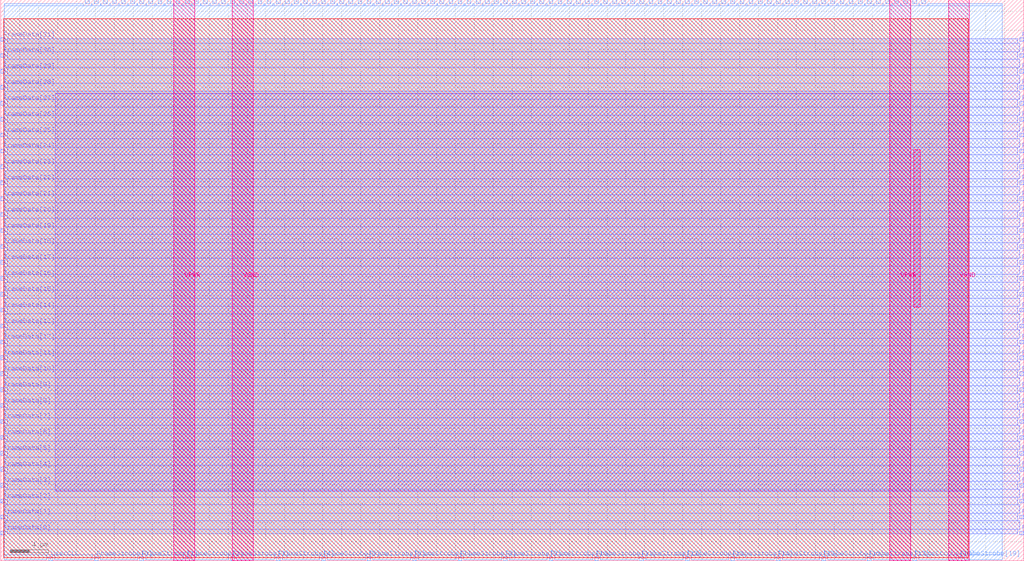
<source format=lef>
VERSION 5.7 ;
  NOWIREEXTENSIONATPIN ON ;
  DIVIDERCHAR "/" ;
  BUSBITCHARS "[]" ;
MACRO S_term_IHP_SRAM
  CLASS BLOCK ;
  FOREIGN S_term_IHP_SRAM ;
  ORIGIN 0.000 0.000 ;
  SIZE 108.000 BY 59.220 ;
  PIN FrameData[0]
    DIRECTION INPUT ;
    USE SIGNAL ;
    ANTENNAGATEAREA 0.180700 ;
    PORT
      LAYER Metal2 ;
        RECT 0.000 2.740 0.450 3.140 ;
    END
  END FrameData[0]
  PIN FrameData[10]
    DIRECTION INPUT ;
    USE SIGNAL ;
    ANTENNAGATEAREA 0.180700 ;
    PORT
      LAYER Metal2 ;
        RECT 0.000 19.540 0.450 19.940 ;
    END
  END FrameData[10]
  PIN FrameData[11]
    DIRECTION INPUT ;
    USE SIGNAL ;
    ANTENNAGATEAREA 0.180700 ;
    PORT
      LAYER Metal2 ;
        RECT 0.000 21.220 0.450 21.620 ;
    END
  END FrameData[11]
  PIN FrameData[12]
    DIRECTION INPUT ;
    USE SIGNAL ;
    ANTENNAGATEAREA 0.180700 ;
    PORT
      LAYER Metal2 ;
        RECT 0.000 22.900 0.450 23.300 ;
    END
  END FrameData[12]
  PIN FrameData[13]
    DIRECTION INPUT ;
    USE SIGNAL ;
    ANTENNAGATEAREA 0.180700 ;
    PORT
      LAYER Metal2 ;
        RECT 0.000 24.580 0.450 24.980 ;
    END
  END FrameData[13]
  PIN FrameData[14]
    DIRECTION INPUT ;
    USE SIGNAL ;
    ANTENNAGATEAREA 0.180700 ;
    PORT
      LAYER Metal2 ;
        RECT 0.000 26.260 0.450 26.660 ;
    END
  END FrameData[14]
  PIN FrameData[15]
    DIRECTION INPUT ;
    USE SIGNAL ;
    ANTENNAGATEAREA 0.180700 ;
    PORT
      LAYER Metal2 ;
        RECT 0.000 27.940 0.450 28.340 ;
    END
  END FrameData[15]
  PIN FrameData[16]
    DIRECTION INPUT ;
    USE SIGNAL ;
    ANTENNAGATEAREA 0.180700 ;
    PORT
      LAYER Metal2 ;
        RECT 0.000 29.620 0.450 30.020 ;
    END
  END FrameData[16]
  PIN FrameData[17]
    DIRECTION INPUT ;
    USE SIGNAL ;
    ANTENNAGATEAREA 0.180700 ;
    PORT
      LAYER Metal2 ;
        RECT 0.000 31.300 0.450 31.700 ;
    END
  END FrameData[17]
  PIN FrameData[18]
    DIRECTION INPUT ;
    USE SIGNAL ;
    ANTENNAGATEAREA 0.180700 ;
    PORT
      LAYER Metal2 ;
        RECT 0.000 32.980 0.450 33.380 ;
    END
  END FrameData[18]
  PIN FrameData[19]
    DIRECTION INPUT ;
    USE SIGNAL ;
    ANTENNAGATEAREA 0.180700 ;
    PORT
      LAYER Metal2 ;
        RECT 0.000 34.660 0.450 35.060 ;
    END
  END FrameData[19]
  PIN FrameData[1]
    DIRECTION INPUT ;
    USE SIGNAL ;
    ANTENNAGATEAREA 0.180700 ;
    PORT
      LAYER Metal2 ;
        RECT 0.000 4.420 0.450 4.820 ;
    END
  END FrameData[1]
  PIN FrameData[20]
    DIRECTION INPUT ;
    USE SIGNAL ;
    ANTENNAGATEAREA 0.180700 ;
    PORT
      LAYER Metal2 ;
        RECT 0.000 36.340 0.450 36.740 ;
    END
  END FrameData[20]
  PIN FrameData[21]
    DIRECTION INPUT ;
    USE SIGNAL ;
    ANTENNAGATEAREA 0.180700 ;
    PORT
      LAYER Metal2 ;
        RECT 0.000 38.020 0.450 38.420 ;
    END
  END FrameData[21]
  PIN FrameData[22]
    DIRECTION INPUT ;
    USE SIGNAL ;
    ANTENNAGATEAREA 0.180700 ;
    PORT
      LAYER Metal2 ;
        RECT 0.000 39.700 0.450 40.100 ;
    END
  END FrameData[22]
  PIN FrameData[23]
    DIRECTION INPUT ;
    USE SIGNAL ;
    ANTENNAGATEAREA 0.180700 ;
    PORT
      LAYER Metal2 ;
        RECT 0.000 41.380 0.450 41.780 ;
    END
  END FrameData[23]
  PIN FrameData[24]
    DIRECTION INPUT ;
    USE SIGNAL ;
    ANTENNAGATEAREA 0.180700 ;
    PORT
      LAYER Metal2 ;
        RECT 0.000 43.060 0.450 43.460 ;
    END
  END FrameData[24]
  PIN FrameData[25]
    DIRECTION INPUT ;
    USE SIGNAL ;
    ANTENNAGATEAREA 0.180700 ;
    PORT
      LAYER Metal2 ;
        RECT 0.000 44.740 0.450 45.140 ;
    END
  END FrameData[25]
  PIN FrameData[26]
    DIRECTION INPUT ;
    USE SIGNAL ;
    ANTENNAGATEAREA 0.180700 ;
    PORT
      LAYER Metal2 ;
        RECT 0.000 46.420 0.450 46.820 ;
    END
  END FrameData[26]
  PIN FrameData[27]
    DIRECTION INPUT ;
    USE SIGNAL ;
    ANTENNAGATEAREA 0.180700 ;
    PORT
      LAYER Metal2 ;
        RECT 0.000 48.100 0.450 48.500 ;
    END
  END FrameData[27]
  PIN FrameData[28]
    DIRECTION INPUT ;
    USE SIGNAL ;
    ANTENNAGATEAREA 0.180700 ;
    PORT
      LAYER Metal2 ;
        RECT 0.000 49.780 0.450 50.180 ;
    END
  END FrameData[28]
  PIN FrameData[29]
    DIRECTION INPUT ;
    USE SIGNAL ;
    ANTENNAGATEAREA 0.180700 ;
    PORT
      LAYER Metal2 ;
        RECT 0.000 51.460 0.450 51.860 ;
    END
  END FrameData[29]
  PIN FrameData[2]
    DIRECTION INPUT ;
    USE SIGNAL ;
    ANTENNAGATEAREA 0.180700 ;
    PORT
      LAYER Metal2 ;
        RECT 0.000 6.100 0.450 6.500 ;
    END
  END FrameData[2]
  PIN FrameData[30]
    DIRECTION INPUT ;
    USE SIGNAL ;
    ANTENNAGATEAREA 0.180700 ;
    PORT
      LAYER Metal2 ;
        RECT 0.000 53.140 0.450 53.540 ;
    END
  END FrameData[30]
  PIN FrameData[31]
    DIRECTION INPUT ;
    USE SIGNAL ;
    ANTENNAGATEAREA 0.180700 ;
    PORT
      LAYER Metal2 ;
        RECT 0.000 54.820 0.450 55.220 ;
    END
  END FrameData[31]
  PIN FrameData[3]
    DIRECTION INPUT ;
    USE SIGNAL ;
    ANTENNAGATEAREA 0.180700 ;
    PORT
      LAYER Metal2 ;
        RECT 0.000 7.780 0.450 8.180 ;
    END
  END FrameData[3]
  PIN FrameData[4]
    DIRECTION INPUT ;
    USE SIGNAL ;
    ANTENNAGATEAREA 0.180700 ;
    PORT
      LAYER Metal2 ;
        RECT 0.000 9.460 0.450 9.860 ;
    END
  END FrameData[4]
  PIN FrameData[5]
    DIRECTION INPUT ;
    USE SIGNAL ;
    ANTENNAGATEAREA 0.180700 ;
    PORT
      LAYER Metal2 ;
        RECT 0.000 11.140 0.450 11.540 ;
    END
  END FrameData[5]
  PIN FrameData[6]
    DIRECTION INPUT ;
    USE SIGNAL ;
    ANTENNAGATEAREA 0.180700 ;
    PORT
      LAYER Metal2 ;
        RECT 0.000 12.820 0.450 13.220 ;
    END
  END FrameData[6]
  PIN FrameData[7]
    DIRECTION INPUT ;
    USE SIGNAL ;
    ANTENNAGATEAREA 0.180700 ;
    PORT
      LAYER Metal2 ;
        RECT 0.000 14.500 0.450 14.900 ;
    END
  END FrameData[7]
  PIN FrameData[8]
    DIRECTION INPUT ;
    USE SIGNAL ;
    ANTENNAGATEAREA 0.180700 ;
    PORT
      LAYER Metal2 ;
        RECT 0.000 16.180 0.450 16.580 ;
    END
  END FrameData[8]
  PIN FrameData[9]
    DIRECTION INPUT ;
    USE SIGNAL ;
    ANTENNAGATEAREA 0.180700 ;
    PORT
      LAYER Metal2 ;
        RECT 0.000 17.860 0.450 18.260 ;
    END
  END FrameData[9]
  PIN FrameData_O[0]
    DIRECTION OUTPUT ;
    USE SIGNAL ;
    ANTENNADIFFAREA 0.654800 ;
    PORT
      LAYER Metal2 ;
        RECT 107.550 2.740 108.000 3.140 ;
    END
  END FrameData_O[0]
  PIN FrameData_O[10]
    DIRECTION OUTPUT ;
    USE SIGNAL ;
    ANTENNADIFFAREA 0.654800 ;
    PORT
      LAYER Metal2 ;
        RECT 107.550 19.540 108.000 19.940 ;
    END
  END FrameData_O[10]
  PIN FrameData_O[11]
    DIRECTION OUTPUT ;
    USE SIGNAL ;
    ANTENNADIFFAREA 0.654800 ;
    PORT
      LAYER Metal2 ;
        RECT 107.550 21.220 108.000 21.620 ;
    END
  END FrameData_O[11]
  PIN FrameData_O[12]
    DIRECTION OUTPUT ;
    USE SIGNAL ;
    ANTENNADIFFAREA 0.654800 ;
    PORT
      LAYER Metal2 ;
        RECT 107.550 22.900 108.000 23.300 ;
    END
  END FrameData_O[12]
  PIN FrameData_O[13]
    DIRECTION OUTPUT ;
    USE SIGNAL ;
    ANTENNADIFFAREA 0.654800 ;
    PORT
      LAYER Metal2 ;
        RECT 107.550 24.580 108.000 24.980 ;
    END
  END FrameData_O[13]
  PIN FrameData_O[14]
    DIRECTION OUTPUT ;
    USE SIGNAL ;
    ANTENNADIFFAREA 0.654800 ;
    PORT
      LAYER Metal2 ;
        RECT 107.550 26.260 108.000 26.660 ;
    END
  END FrameData_O[14]
  PIN FrameData_O[15]
    DIRECTION OUTPUT ;
    USE SIGNAL ;
    ANTENNADIFFAREA 0.654800 ;
    PORT
      LAYER Metal2 ;
        RECT 107.550 27.940 108.000 28.340 ;
    END
  END FrameData_O[15]
  PIN FrameData_O[16]
    DIRECTION OUTPUT ;
    USE SIGNAL ;
    ANTENNADIFFAREA 0.654800 ;
    PORT
      LAYER Metal2 ;
        RECT 107.550 29.620 108.000 30.020 ;
    END
  END FrameData_O[16]
  PIN FrameData_O[17]
    DIRECTION OUTPUT ;
    USE SIGNAL ;
    ANTENNADIFFAREA 0.654800 ;
    PORT
      LAYER Metal2 ;
        RECT 107.550 31.300 108.000 31.700 ;
    END
  END FrameData_O[17]
  PIN FrameData_O[18]
    DIRECTION OUTPUT ;
    USE SIGNAL ;
    ANTENNADIFFAREA 0.654800 ;
    PORT
      LAYER Metal2 ;
        RECT 107.550 32.980 108.000 33.380 ;
    END
  END FrameData_O[18]
  PIN FrameData_O[19]
    DIRECTION OUTPUT ;
    USE SIGNAL ;
    ANTENNADIFFAREA 0.654800 ;
    PORT
      LAYER Metal2 ;
        RECT 107.550 34.660 108.000 35.060 ;
    END
  END FrameData_O[19]
  PIN FrameData_O[1]
    DIRECTION OUTPUT ;
    USE SIGNAL ;
    ANTENNADIFFAREA 0.654800 ;
    PORT
      LAYER Metal2 ;
        RECT 107.550 4.420 108.000 4.820 ;
    END
  END FrameData_O[1]
  PIN FrameData_O[20]
    DIRECTION OUTPUT ;
    USE SIGNAL ;
    ANTENNADIFFAREA 0.654800 ;
    PORT
      LAYER Metal2 ;
        RECT 107.550 36.340 108.000 36.740 ;
    END
  END FrameData_O[20]
  PIN FrameData_O[21]
    DIRECTION OUTPUT ;
    USE SIGNAL ;
    ANTENNADIFFAREA 0.654800 ;
    PORT
      LAYER Metal2 ;
        RECT 107.550 38.020 108.000 38.420 ;
    END
  END FrameData_O[21]
  PIN FrameData_O[22]
    DIRECTION OUTPUT ;
    USE SIGNAL ;
    ANTENNADIFFAREA 0.654800 ;
    PORT
      LAYER Metal2 ;
        RECT 107.550 39.700 108.000 40.100 ;
    END
  END FrameData_O[22]
  PIN FrameData_O[23]
    DIRECTION OUTPUT ;
    USE SIGNAL ;
    ANTENNADIFFAREA 0.654800 ;
    PORT
      LAYER Metal2 ;
        RECT 107.550 41.380 108.000 41.780 ;
    END
  END FrameData_O[23]
  PIN FrameData_O[24]
    DIRECTION OUTPUT ;
    USE SIGNAL ;
    ANTENNADIFFAREA 0.654800 ;
    PORT
      LAYER Metal2 ;
        RECT 107.550 43.060 108.000 43.460 ;
    END
  END FrameData_O[24]
  PIN FrameData_O[25]
    DIRECTION OUTPUT ;
    USE SIGNAL ;
    ANTENNADIFFAREA 0.654800 ;
    PORT
      LAYER Metal2 ;
        RECT 107.550 44.740 108.000 45.140 ;
    END
  END FrameData_O[25]
  PIN FrameData_O[26]
    DIRECTION OUTPUT ;
    USE SIGNAL ;
    ANTENNADIFFAREA 0.654800 ;
    PORT
      LAYER Metal2 ;
        RECT 107.550 46.420 108.000 46.820 ;
    END
  END FrameData_O[26]
  PIN FrameData_O[27]
    DIRECTION OUTPUT ;
    USE SIGNAL ;
    ANTENNADIFFAREA 0.654800 ;
    PORT
      LAYER Metal2 ;
        RECT 107.550 48.100 108.000 48.500 ;
    END
  END FrameData_O[27]
  PIN FrameData_O[28]
    DIRECTION OUTPUT ;
    USE SIGNAL ;
    ANTENNADIFFAREA 0.654800 ;
    PORT
      LAYER Metal2 ;
        RECT 107.550 49.780 108.000 50.180 ;
    END
  END FrameData_O[28]
  PIN FrameData_O[29]
    DIRECTION OUTPUT ;
    USE SIGNAL ;
    ANTENNADIFFAREA 0.654800 ;
    PORT
      LAYER Metal2 ;
        RECT 107.550 51.460 108.000 51.860 ;
    END
  END FrameData_O[29]
  PIN FrameData_O[2]
    DIRECTION OUTPUT ;
    USE SIGNAL ;
    ANTENNADIFFAREA 0.654800 ;
    PORT
      LAYER Metal2 ;
        RECT 107.550 6.100 108.000 6.500 ;
    END
  END FrameData_O[2]
  PIN FrameData_O[30]
    DIRECTION OUTPUT ;
    USE SIGNAL ;
    ANTENNADIFFAREA 0.654800 ;
    PORT
      LAYER Metal2 ;
        RECT 107.550 53.140 108.000 53.540 ;
    END
  END FrameData_O[30]
  PIN FrameData_O[31]
    DIRECTION OUTPUT ;
    USE SIGNAL ;
    ANTENNADIFFAREA 0.654800 ;
    PORT
      LAYER Metal2 ;
        RECT 107.550 54.820 108.000 55.220 ;
    END
  END FrameData_O[31]
  PIN FrameData_O[3]
    DIRECTION OUTPUT ;
    USE SIGNAL ;
    ANTENNADIFFAREA 0.654800 ;
    PORT
      LAYER Metal2 ;
        RECT 107.550 7.780 108.000 8.180 ;
    END
  END FrameData_O[3]
  PIN FrameData_O[4]
    DIRECTION OUTPUT ;
    USE SIGNAL ;
    ANTENNADIFFAREA 0.654800 ;
    PORT
      LAYER Metal2 ;
        RECT 107.550 9.460 108.000 9.860 ;
    END
  END FrameData_O[4]
  PIN FrameData_O[5]
    DIRECTION OUTPUT ;
    USE SIGNAL ;
    ANTENNADIFFAREA 0.654800 ;
    PORT
      LAYER Metal2 ;
        RECT 107.550 11.140 108.000 11.540 ;
    END
  END FrameData_O[5]
  PIN FrameData_O[6]
    DIRECTION OUTPUT ;
    USE SIGNAL ;
    ANTENNADIFFAREA 0.654800 ;
    PORT
      LAYER Metal2 ;
        RECT 107.550 12.820 108.000 13.220 ;
    END
  END FrameData_O[6]
  PIN FrameData_O[7]
    DIRECTION OUTPUT ;
    USE SIGNAL ;
    ANTENNADIFFAREA 0.654800 ;
    PORT
      LAYER Metal2 ;
        RECT 107.550 14.500 108.000 14.900 ;
    END
  END FrameData_O[7]
  PIN FrameData_O[8]
    DIRECTION OUTPUT ;
    USE SIGNAL ;
    ANTENNADIFFAREA 0.654800 ;
    PORT
      LAYER Metal2 ;
        RECT 107.550 16.180 108.000 16.580 ;
    END
  END FrameData_O[8]
  PIN FrameData_O[9]
    DIRECTION OUTPUT ;
    USE SIGNAL ;
    ANTENNADIFFAREA 0.654800 ;
    PORT
      LAYER Metal2 ;
        RECT 107.550 17.860 108.000 18.260 ;
    END
  END FrameData_O[9]
  PIN FrameStrobe[0]
    DIRECTION INPUT ;
    USE SIGNAL ;
    ANTENNAGATEAREA 0.180700 ;
    PORT
      LAYER Metal3 ;
        RECT 9.880 0.000 10.280 0.400 ;
    END
  END FrameStrobe[0]
  PIN FrameStrobe[10]
    DIRECTION INPUT ;
    USE SIGNAL ;
    ANTENNAGATEAREA 0.180700 ;
    PORT
      LAYER Metal3 ;
        RECT 57.880 0.000 58.280 0.400 ;
    END
  END FrameStrobe[10]
  PIN FrameStrobe[11]
    DIRECTION INPUT ;
    USE SIGNAL ;
    ANTENNAGATEAREA 0.180700 ;
    PORT
      LAYER Metal3 ;
        RECT 62.680 0.000 63.080 0.400 ;
    END
  END FrameStrobe[11]
  PIN FrameStrobe[12]
    DIRECTION INPUT ;
    USE SIGNAL ;
    ANTENNAGATEAREA 0.180700 ;
    PORT
      LAYER Metal3 ;
        RECT 67.480 0.000 67.880 0.400 ;
    END
  END FrameStrobe[12]
  PIN FrameStrobe[13]
    DIRECTION INPUT ;
    USE SIGNAL ;
    ANTENNAGATEAREA 0.180700 ;
    PORT
      LAYER Metal3 ;
        RECT 72.280 0.000 72.680 0.400 ;
    END
  END FrameStrobe[13]
  PIN FrameStrobe[14]
    DIRECTION INPUT ;
    USE SIGNAL ;
    ANTENNAGATEAREA 0.180700 ;
    PORT
      LAYER Metal3 ;
        RECT 77.080 0.000 77.480 0.400 ;
    END
  END FrameStrobe[14]
  PIN FrameStrobe[15]
    DIRECTION INPUT ;
    USE SIGNAL ;
    ANTENNAGATEAREA 0.180700 ;
    PORT
      LAYER Metal3 ;
        RECT 81.880 0.000 82.280 0.400 ;
    END
  END FrameStrobe[15]
  PIN FrameStrobe[16]
    DIRECTION INPUT ;
    USE SIGNAL ;
    ANTENNAGATEAREA 0.180700 ;
    PORT
      LAYER Metal3 ;
        RECT 86.680 0.000 87.080 0.400 ;
    END
  END FrameStrobe[16]
  PIN FrameStrobe[17]
    DIRECTION INPUT ;
    USE SIGNAL ;
    ANTENNAGATEAREA 0.180700 ;
    PORT
      LAYER Metal3 ;
        RECT 91.480 0.000 91.880 0.400 ;
    END
  END FrameStrobe[17]
  PIN FrameStrobe[18]
    DIRECTION INPUT ;
    USE SIGNAL ;
    ANTENNAGATEAREA 0.180700 ;
    PORT
      LAYER Metal3 ;
        RECT 96.280 0.000 96.680 0.400 ;
    END
  END FrameStrobe[18]
  PIN FrameStrobe[19]
    DIRECTION INPUT ;
    USE SIGNAL ;
    ANTENNAGATEAREA 0.180700 ;
    PORT
      LAYER Metal3 ;
        RECT 101.080 0.000 101.480 0.400 ;
    END
  END FrameStrobe[19]
  PIN FrameStrobe[1]
    DIRECTION INPUT ;
    USE SIGNAL ;
    ANTENNAGATEAREA 0.180700 ;
    PORT
      LAYER Metal3 ;
        RECT 14.680 0.000 15.080 0.400 ;
    END
  END FrameStrobe[1]
  PIN FrameStrobe[2]
    DIRECTION INPUT ;
    USE SIGNAL ;
    ANTENNAGATEAREA 0.180700 ;
    PORT
      LAYER Metal3 ;
        RECT 19.480 0.000 19.880 0.400 ;
    END
  END FrameStrobe[2]
  PIN FrameStrobe[3]
    DIRECTION INPUT ;
    USE SIGNAL ;
    ANTENNAGATEAREA 0.180700 ;
    PORT
      LAYER Metal3 ;
        RECT 24.280 0.000 24.680 0.400 ;
    END
  END FrameStrobe[3]
  PIN FrameStrobe[4]
    DIRECTION INPUT ;
    USE SIGNAL ;
    ANTENNAGATEAREA 0.180700 ;
    PORT
      LAYER Metal3 ;
        RECT 29.080 0.000 29.480 0.400 ;
    END
  END FrameStrobe[4]
  PIN FrameStrobe[5]
    DIRECTION INPUT ;
    USE SIGNAL ;
    ANTENNAGATEAREA 0.180700 ;
    PORT
      LAYER Metal3 ;
        RECT 33.880 0.000 34.280 0.400 ;
    END
  END FrameStrobe[5]
  PIN FrameStrobe[6]
    DIRECTION INPUT ;
    USE SIGNAL ;
    ANTENNAGATEAREA 0.180700 ;
    PORT
      LAYER Metal3 ;
        RECT 38.680 0.000 39.080 0.400 ;
    END
  END FrameStrobe[6]
  PIN FrameStrobe[7]
    DIRECTION INPUT ;
    USE SIGNAL ;
    ANTENNAGATEAREA 0.180700 ;
    PORT
      LAYER Metal3 ;
        RECT 43.480 0.000 43.880 0.400 ;
    END
  END FrameStrobe[7]
  PIN FrameStrobe[8]
    DIRECTION INPUT ;
    USE SIGNAL ;
    ANTENNAGATEAREA 0.180700 ;
    PORT
      LAYER Metal3 ;
        RECT 48.280 0.000 48.680 0.400 ;
    END
  END FrameStrobe[8]
  PIN FrameStrobe[9]
    DIRECTION INPUT ;
    USE SIGNAL ;
    ANTENNAGATEAREA 0.180700 ;
    PORT
      LAYER Metal3 ;
        RECT 53.080 0.000 53.480 0.400 ;
    END
  END FrameStrobe[9]
  PIN FrameStrobe_O[0]
    DIRECTION OUTPUT ;
    USE SIGNAL ;
    ANTENNADIFFAREA 0.654800 ;
    PORT
      LAYER Metal3 ;
        RECT 79.000 58.820 79.400 59.220 ;
    END
  END FrameStrobe_O[0]
  PIN FrameStrobe_O[10]
    DIRECTION OUTPUT ;
    USE SIGNAL ;
    ANTENNADIFFAREA 0.654800 ;
    PORT
      LAYER Metal3 ;
        RECT 88.600 58.820 89.000 59.220 ;
    END
  END FrameStrobe_O[10]
  PIN FrameStrobe_O[11]
    DIRECTION OUTPUT ;
    USE SIGNAL ;
    ANTENNADIFFAREA 0.654800 ;
    PORT
      LAYER Metal3 ;
        RECT 89.560 58.820 89.960 59.220 ;
    END
  END FrameStrobe_O[11]
  PIN FrameStrobe_O[12]
    DIRECTION OUTPUT ;
    USE SIGNAL ;
    ANTENNADIFFAREA 0.654800 ;
    PORT
      LAYER Metal3 ;
        RECT 90.520 58.820 90.920 59.220 ;
    END
  END FrameStrobe_O[12]
  PIN FrameStrobe_O[13]
    DIRECTION OUTPUT ;
    USE SIGNAL ;
    ANTENNADIFFAREA 0.654800 ;
    PORT
      LAYER Metal3 ;
        RECT 91.480 58.820 91.880 59.220 ;
    END
  END FrameStrobe_O[13]
  PIN FrameStrobe_O[14]
    DIRECTION OUTPUT ;
    USE SIGNAL ;
    ANTENNADIFFAREA 0.654800 ;
    PORT
      LAYER Metal3 ;
        RECT 92.440 58.820 92.840 59.220 ;
    END
  END FrameStrobe_O[14]
  PIN FrameStrobe_O[15]
    DIRECTION OUTPUT ;
    USE SIGNAL ;
    ANTENNADIFFAREA 0.654800 ;
    PORT
      LAYER Metal3 ;
        RECT 93.400 58.820 93.800 59.220 ;
    END
  END FrameStrobe_O[15]
  PIN FrameStrobe_O[16]
    DIRECTION OUTPUT ;
    USE SIGNAL ;
    ANTENNADIFFAREA 0.654800 ;
    PORT
      LAYER Metal3 ;
        RECT 94.360 58.820 94.760 59.220 ;
    END
  END FrameStrobe_O[16]
  PIN FrameStrobe_O[17]
    DIRECTION OUTPUT ;
    USE SIGNAL ;
    ANTENNADIFFAREA 0.654800 ;
    PORT
      LAYER Metal3 ;
        RECT 95.320 58.820 95.720 59.220 ;
    END
  END FrameStrobe_O[17]
  PIN FrameStrobe_O[18]
    DIRECTION OUTPUT ;
    USE SIGNAL ;
    ANTENNADIFFAREA 0.654800 ;
    PORT
      LAYER Metal3 ;
        RECT 96.280 58.820 96.680 59.220 ;
    END
  END FrameStrobe_O[18]
  PIN FrameStrobe_O[19]
    DIRECTION OUTPUT ;
    USE SIGNAL ;
    ANTENNADIFFAREA 0.654800 ;
    PORT
      LAYER Metal3 ;
        RECT 97.240 58.820 97.640 59.220 ;
    END
  END FrameStrobe_O[19]
  PIN FrameStrobe_O[1]
    DIRECTION OUTPUT ;
    USE SIGNAL ;
    ANTENNADIFFAREA 0.654800 ;
    PORT
      LAYER Metal3 ;
        RECT 79.960 58.820 80.360 59.220 ;
    END
  END FrameStrobe_O[1]
  PIN FrameStrobe_O[2]
    DIRECTION OUTPUT ;
    USE SIGNAL ;
    ANTENNADIFFAREA 0.654800 ;
    PORT
      LAYER Metal3 ;
        RECT 80.920 58.820 81.320 59.220 ;
    END
  END FrameStrobe_O[2]
  PIN FrameStrobe_O[3]
    DIRECTION OUTPUT ;
    USE SIGNAL ;
    ANTENNADIFFAREA 0.654800 ;
    PORT
      LAYER Metal3 ;
        RECT 81.880 58.820 82.280 59.220 ;
    END
  END FrameStrobe_O[3]
  PIN FrameStrobe_O[4]
    DIRECTION OUTPUT ;
    USE SIGNAL ;
    ANTENNADIFFAREA 0.654800 ;
    PORT
      LAYER Metal3 ;
        RECT 82.840 58.820 83.240 59.220 ;
    END
  END FrameStrobe_O[4]
  PIN FrameStrobe_O[5]
    DIRECTION OUTPUT ;
    USE SIGNAL ;
    ANTENNADIFFAREA 0.654800 ;
    PORT
      LAYER Metal3 ;
        RECT 83.800 58.820 84.200 59.220 ;
    END
  END FrameStrobe_O[5]
  PIN FrameStrobe_O[6]
    DIRECTION OUTPUT ;
    USE SIGNAL ;
    ANTENNADIFFAREA 0.654800 ;
    PORT
      LAYER Metal3 ;
        RECT 84.760 58.820 85.160 59.220 ;
    END
  END FrameStrobe_O[6]
  PIN FrameStrobe_O[7]
    DIRECTION OUTPUT ;
    USE SIGNAL ;
    ANTENNADIFFAREA 0.654800 ;
    PORT
      LAYER Metal3 ;
        RECT 85.720 58.820 86.120 59.220 ;
    END
  END FrameStrobe_O[7]
  PIN FrameStrobe_O[8]
    DIRECTION OUTPUT ;
    USE SIGNAL ;
    ANTENNADIFFAREA 0.654800 ;
    PORT
      LAYER Metal3 ;
        RECT 86.680 58.820 87.080 59.220 ;
    END
  END FrameStrobe_O[8]
  PIN FrameStrobe_O[9]
    DIRECTION OUTPUT ;
    USE SIGNAL ;
    ANTENNADIFFAREA 0.654800 ;
    PORT
      LAYER Metal3 ;
        RECT 87.640 58.820 88.040 59.220 ;
    END
  END FrameStrobe_O[9]
  PIN N1BEG[0]
    DIRECTION OUTPUT ;
    USE SIGNAL ;
    ANTENNADIFFAREA 0.654800 ;
    PORT
      LAYER Metal3 ;
        RECT 8.920 58.820 9.320 59.220 ;
    END
  END N1BEG[0]
  PIN N1BEG[1]
    DIRECTION OUTPUT ;
    USE SIGNAL ;
    ANTENNADIFFAREA 0.654800 ;
    PORT
      LAYER Metal3 ;
        RECT 9.880 58.820 10.280 59.220 ;
    END
  END N1BEG[1]
  PIN N1BEG[2]
    DIRECTION OUTPUT ;
    USE SIGNAL ;
    ANTENNADIFFAREA 0.654800 ;
    PORT
      LAYER Metal3 ;
        RECT 10.840 58.820 11.240 59.220 ;
    END
  END N1BEG[2]
  PIN N1BEG[3]
    DIRECTION OUTPUT ;
    USE SIGNAL ;
    ANTENNADIFFAREA 0.654800 ;
    PORT
      LAYER Metal3 ;
        RECT 11.800 58.820 12.200 59.220 ;
    END
  END N1BEG[3]
  PIN N2BEG[0]
    DIRECTION OUTPUT ;
    USE SIGNAL ;
    ANTENNADIFFAREA 0.654800 ;
    PORT
      LAYER Metal3 ;
        RECT 12.760 58.820 13.160 59.220 ;
    END
  END N2BEG[0]
  PIN N2BEG[1]
    DIRECTION OUTPUT ;
    USE SIGNAL ;
    ANTENNADIFFAREA 0.654800 ;
    PORT
      LAYER Metal3 ;
        RECT 13.720 58.820 14.120 59.220 ;
    END
  END N2BEG[1]
  PIN N2BEG[2]
    DIRECTION OUTPUT ;
    USE SIGNAL ;
    ANTENNADIFFAREA 0.654800 ;
    PORT
      LAYER Metal3 ;
        RECT 14.680 58.820 15.080 59.220 ;
    END
  END N2BEG[2]
  PIN N2BEG[3]
    DIRECTION OUTPUT ;
    USE SIGNAL ;
    ANTENNADIFFAREA 0.654800 ;
    PORT
      LAYER Metal3 ;
        RECT 15.640 58.820 16.040 59.220 ;
    END
  END N2BEG[3]
  PIN N2BEG[4]
    DIRECTION OUTPUT ;
    USE SIGNAL ;
    ANTENNADIFFAREA 0.654800 ;
    PORT
      LAYER Metal3 ;
        RECT 16.600 58.820 17.000 59.220 ;
    END
  END N2BEG[4]
  PIN N2BEG[5]
    DIRECTION OUTPUT ;
    USE SIGNAL ;
    ANTENNADIFFAREA 0.654800 ;
    PORT
      LAYER Metal3 ;
        RECT 17.560 58.820 17.960 59.220 ;
    END
  END N2BEG[5]
  PIN N2BEG[6]
    DIRECTION OUTPUT ;
    USE SIGNAL ;
    ANTENNADIFFAREA 0.654800 ;
    PORT
      LAYER Metal3 ;
        RECT 18.520 58.820 18.920 59.220 ;
    END
  END N2BEG[6]
  PIN N2BEG[7]
    DIRECTION OUTPUT ;
    USE SIGNAL ;
    ANTENNADIFFAREA 0.654800 ;
    PORT
      LAYER Metal3 ;
        RECT 19.480 58.820 19.880 59.220 ;
    END
  END N2BEG[7]
  PIN N2BEGb[0]
    DIRECTION OUTPUT ;
    USE SIGNAL ;
    ANTENNADIFFAREA 0.654800 ;
    PORT
      LAYER Metal3 ;
        RECT 20.440 58.820 20.840 59.220 ;
    END
  END N2BEGb[0]
  PIN N2BEGb[1]
    DIRECTION OUTPUT ;
    USE SIGNAL ;
    ANTENNADIFFAREA 0.654800 ;
    PORT
      LAYER Metal3 ;
        RECT 21.400 58.820 21.800 59.220 ;
    END
  END N2BEGb[1]
  PIN N2BEGb[2]
    DIRECTION OUTPUT ;
    USE SIGNAL ;
    ANTENNADIFFAREA 0.654800 ;
    PORT
      LAYER Metal3 ;
        RECT 22.360 58.820 22.760 59.220 ;
    END
  END N2BEGb[2]
  PIN N2BEGb[3]
    DIRECTION OUTPUT ;
    USE SIGNAL ;
    ANTENNADIFFAREA 0.654800 ;
    PORT
      LAYER Metal3 ;
        RECT 23.320 58.820 23.720 59.220 ;
    END
  END N2BEGb[3]
  PIN N2BEGb[4]
    DIRECTION OUTPUT ;
    USE SIGNAL ;
    ANTENNADIFFAREA 0.654800 ;
    PORT
      LAYER Metal3 ;
        RECT 24.280 58.820 24.680 59.220 ;
    END
  END N2BEGb[4]
  PIN N2BEGb[5]
    DIRECTION OUTPUT ;
    USE SIGNAL ;
    ANTENNADIFFAREA 0.654800 ;
    PORT
      LAYER Metal3 ;
        RECT 25.240 58.820 25.640 59.220 ;
    END
  END N2BEGb[5]
  PIN N2BEGb[6]
    DIRECTION OUTPUT ;
    USE SIGNAL ;
    ANTENNADIFFAREA 0.654800 ;
    PORT
      LAYER Metal3 ;
        RECT 26.200 58.820 26.600 59.220 ;
    END
  END N2BEGb[6]
  PIN N2BEGb[7]
    DIRECTION OUTPUT ;
    USE SIGNAL ;
    ANTENNADIFFAREA 0.654800 ;
    PORT
      LAYER Metal3 ;
        RECT 27.160 58.820 27.560 59.220 ;
    END
  END N2BEGb[7]
  PIN N4BEG[0]
    DIRECTION OUTPUT ;
    USE SIGNAL ;
    ANTENNADIFFAREA 0.654800 ;
    PORT
      LAYER Metal3 ;
        RECT 28.120 58.820 28.520 59.220 ;
    END
  END N4BEG[0]
  PIN N4BEG[10]
    DIRECTION OUTPUT ;
    USE SIGNAL ;
    ANTENNADIFFAREA 0.654800 ;
    PORT
      LAYER Metal3 ;
        RECT 37.720 58.820 38.120 59.220 ;
    END
  END N4BEG[10]
  PIN N4BEG[11]
    DIRECTION OUTPUT ;
    USE SIGNAL ;
    ANTENNADIFFAREA 0.654800 ;
    PORT
      LAYER Metal3 ;
        RECT 38.680 58.820 39.080 59.220 ;
    END
  END N4BEG[11]
  PIN N4BEG[12]
    DIRECTION OUTPUT ;
    USE SIGNAL ;
    ANTENNADIFFAREA 0.654800 ;
    PORT
      LAYER Metal3 ;
        RECT 39.640 58.820 40.040 59.220 ;
    END
  END N4BEG[12]
  PIN N4BEG[13]
    DIRECTION OUTPUT ;
    USE SIGNAL ;
    ANTENNADIFFAREA 0.654800 ;
    PORT
      LAYER Metal3 ;
        RECT 40.600 58.820 41.000 59.220 ;
    END
  END N4BEG[13]
  PIN N4BEG[14]
    DIRECTION OUTPUT ;
    USE SIGNAL ;
    ANTENNADIFFAREA 0.654800 ;
    PORT
      LAYER Metal3 ;
        RECT 41.560 58.820 41.960 59.220 ;
    END
  END N4BEG[14]
  PIN N4BEG[15]
    DIRECTION OUTPUT ;
    USE SIGNAL ;
    ANTENNADIFFAREA 0.654800 ;
    PORT
      LAYER Metal3 ;
        RECT 42.520 58.820 42.920 59.220 ;
    END
  END N4BEG[15]
  PIN N4BEG[1]
    DIRECTION OUTPUT ;
    USE SIGNAL ;
    ANTENNADIFFAREA 0.654800 ;
    PORT
      LAYER Metal3 ;
        RECT 29.080 58.820 29.480 59.220 ;
    END
  END N4BEG[1]
  PIN N4BEG[2]
    DIRECTION OUTPUT ;
    USE SIGNAL ;
    ANTENNADIFFAREA 0.654800 ;
    PORT
      LAYER Metal3 ;
        RECT 30.040 58.820 30.440 59.220 ;
    END
  END N4BEG[2]
  PIN N4BEG[3]
    DIRECTION OUTPUT ;
    USE SIGNAL ;
    ANTENNADIFFAREA 0.654800 ;
    PORT
      LAYER Metal3 ;
        RECT 31.000 58.820 31.400 59.220 ;
    END
  END N4BEG[3]
  PIN N4BEG[4]
    DIRECTION OUTPUT ;
    USE SIGNAL ;
    ANTENNADIFFAREA 0.654800 ;
    PORT
      LAYER Metal3 ;
        RECT 31.960 58.820 32.360 59.220 ;
    END
  END N4BEG[4]
  PIN N4BEG[5]
    DIRECTION OUTPUT ;
    USE SIGNAL ;
    ANTENNADIFFAREA 0.654800 ;
    PORT
      LAYER Metal3 ;
        RECT 32.920 58.820 33.320 59.220 ;
    END
  END N4BEG[5]
  PIN N4BEG[6]
    DIRECTION OUTPUT ;
    USE SIGNAL ;
    ANTENNADIFFAREA 0.654800 ;
    PORT
      LAYER Metal3 ;
        RECT 33.880 58.820 34.280 59.220 ;
    END
  END N4BEG[6]
  PIN N4BEG[7]
    DIRECTION OUTPUT ;
    USE SIGNAL ;
    ANTENNADIFFAREA 0.654800 ;
    PORT
      LAYER Metal3 ;
        RECT 34.840 58.820 35.240 59.220 ;
    END
  END N4BEG[7]
  PIN N4BEG[8]
    DIRECTION OUTPUT ;
    USE SIGNAL ;
    ANTENNADIFFAREA 0.654800 ;
    PORT
      LAYER Metal3 ;
        RECT 35.800 58.820 36.200 59.220 ;
    END
  END N4BEG[8]
  PIN N4BEG[9]
    DIRECTION OUTPUT ;
    USE SIGNAL ;
    ANTENNADIFFAREA 0.654800 ;
    PORT
      LAYER Metal3 ;
        RECT 36.760 58.820 37.160 59.220 ;
    END
  END N4BEG[9]
  PIN S1END[0]
    DIRECTION INPUT ;
    USE SIGNAL ;
    ANTENNAGATEAREA 0.180700 ;
    PORT
      LAYER Metal3 ;
        RECT 43.480 58.820 43.880 59.220 ;
    END
  END S1END[0]
  PIN S1END[1]
    DIRECTION INPUT ;
    USE SIGNAL ;
    ANTENNAGATEAREA 0.180700 ;
    PORT
      LAYER Metal3 ;
        RECT 44.440 58.820 44.840 59.220 ;
    END
  END S1END[1]
  PIN S1END[2]
    DIRECTION INPUT ;
    USE SIGNAL ;
    ANTENNAGATEAREA 0.180700 ;
    PORT
      LAYER Metal3 ;
        RECT 45.400 58.820 45.800 59.220 ;
    END
  END S1END[2]
  PIN S1END[3]
    DIRECTION INPUT ;
    USE SIGNAL ;
    ANTENNAGATEAREA 0.180700 ;
    PORT
      LAYER Metal3 ;
        RECT 46.360 58.820 46.760 59.220 ;
    END
  END S1END[3]
  PIN S2END[0]
    DIRECTION INPUT ;
    USE SIGNAL ;
    ANTENNAGATEAREA 0.180700 ;
    PORT
      LAYER Metal3 ;
        RECT 55.000 58.820 55.400 59.220 ;
    END
  END S2END[0]
  PIN S2END[1]
    DIRECTION INPUT ;
    USE SIGNAL ;
    ANTENNAGATEAREA 0.180700 ;
    PORT
      LAYER Metal3 ;
        RECT 55.960 58.820 56.360 59.220 ;
    END
  END S2END[1]
  PIN S2END[2]
    DIRECTION INPUT ;
    USE SIGNAL ;
    ANTENNAGATEAREA 0.180700 ;
    PORT
      LAYER Metal3 ;
        RECT 56.920 58.820 57.320 59.220 ;
    END
  END S2END[2]
  PIN S2END[3]
    DIRECTION INPUT ;
    USE SIGNAL ;
    ANTENNAGATEAREA 0.180700 ;
    PORT
      LAYER Metal3 ;
        RECT 57.880 58.820 58.280 59.220 ;
    END
  END S2END[3]
  PIN S2END[4]
    DIRECTION INPUT ;
    USE SIGNAL ;
    ANTENNAGATEAREA 0.180700 ;
    PORT
      LAYER Metal3 ;
        RECT 58.840 58.820 59.240 59.220 ;
    END
  END S2END[4]
  PIN S2END[5]
    DIRECTION INPUT ;
    USE SIGNAL ;
    ANTENNAGATEAREA 0.180700 ;
    PORT
      LAYER Metal3 ;
        RECT 59.800 58.820 60.200 59.220 ;
    END
  END S2END[5]
  PIN S2END[6]
    DIRECTION INPUT ;
    USE SIGNAL ;
    ANTENNAGATEAREA 0.180700 ;
    PORT
      LAYER Metal3 ;
        RECT 60.760 58.820 61.160 59.220 ;
    END
  END S2END[6]
  PIN S2END[7]
    DIRECTION INPUT ;
    USE SIGNAL ;
    ANTENNAGATEAREA 0.180700 ;
    PORT
      LAYER Metal3 ;
        RECT 61.720 58.820 62.120 59.220 ;
    END
  END S2END[7]
  PIN S2MID[0]
    DIRECTION INPUT ;
    USE SIGNAL ;
    ANTENNAGATEAREA 0.180700 ;
    PORT
      LAYER Metal3 ;
        RECT 47.320 58.820 47.720 59.220 ;
    END
  END S2MID[0]
  PIN S2MID[1]
    DIRECTION INPUT ;
    USE SIGNAL ;
    ANTENNAGATEAREA 0.180700 ;
    PORT
      LAYER Metal3 ;
        RECT 48.280 58.820 48.680 59.220 ;
    END
  END S2MID[1]
  PIN S2MID[2]
    DIRECTION INPUT ;
    USE SIGNAL ;
    ANTENNAGATEAREA 0.180700 ;
    PORT
      LAYER Metal3 ;
        RECT 49.240 58.820 49.640 59.220 ;
    END
  END S2MID[2]
  PIN S2MID[3]
    DIRECTION INPUT ;
    USE SIGNAL ;
    ANTENNAGATEAREA 0.180700 ;
    PORT
      LAYER Metal3 ;
        RECT 50.200 58.820 50.600 59.220 ;
    END
  END S2MID[3]
  PIN S2MID[4]
    DIRECTION INPUT ;
    USE SIGNAL ;
    ANTENNAGATEAREA 0.180700 ;
    PORT
      LAYER Metal3 ;
        RECT 51.160 58.820 51.560 59.220 ;
    END
  END S2MID[4]
  PIN S2MID[5]
    DIRECTION INPUT ;
    USE SIGNAL ;
    ANTENNAGATEAREA 0.180700 ;
    PORT
      LAYER Metal3 ;
        RECT 52.120 58.820 52.520 59.220 ;
    END
  END S2MID[5]
  PIN S2MID[6]
    DIRECTION INPUT ;
    USE SIGNAL ;
    ANTENNAGATEAREA 0.180700 ;
    PORT
      LAYER Metal3 ;
        RECT 53.080 58.820 53.480 59.220 ;
    END
  END S2MID[6]
  PIN S2MID[7]
    DIRECTION INPUT ;
    USE SIGNAL ;
    ANTENNAGATEAREA 0.180700 ;
    PORT
      LAYER Metal3 ;
        RECT 54.040 58.820 54.440 59.220 ;
    END
  END S2MID[7]
  PIN S4END[0]
    DIRECTION INPUT ;
    USE SIGNAL ;
    ANTENNAGATEAREA 0.180700 ;
    PORT
      LAYER Metal3 ;
        RECT 62.680 58.820 63.080 59.220 ;
    END
  END S4END[0]
  PIN S4END[10]
    DIRECTION INPUT ;
    USE SIGNAL ;
    ANTENNAGATEAREA 0.180700 ;
    PORT
      LAYER Metal3 ;
        RECT 72.280 58.820 72.680 59.220 ;
    END
  END S4END[10]
  PIN S4END[11]
    DIRECTION INPUT ;
    USE SIGNAL ;
    ANTENNAGATEAREA 0.180700 ;
    PORT
      LAYER Metal3 ;
        RECT 73.240 58.820 73.640 59.220 ;
    END
  END S4END[11]
  PIN S4END[12]
    DIRECTION INPUT ;
    USE SIGNAL ;
    ANTENNAGATEAREA 0.180700 ;
    PORT
      LAYER Metal3 ;
        RECT 74.200 58.820 74.600 59.220 ;
    END
  END S4END[12]
  PIN S4END[13]
    DIRECTION INPUT ;
    USE SIGNAL ;
    ANTENNAGATEAREA 0.180700 ;
    PORT
      LAYER Metal3 ;
        RECT 75.160 58.820 75.560 59.220 ;
    END
  END S4END[13]
  PIN S4END[14]
    DIRECTION INPUT ;
    USE SIGNAL ;
    ANTENNAGATEAREA 0.180700 ;
    PORT
      LAYER Metal3 ;
        RECT 76.120 58.820 76.520 59.220 ;
    END
  END S4END[14]
  PIN S4END[15]
    DIRECTION INPUT ;
    USE SIGNAL ;
    ANTENNAGATEAREA 0.180700 ;
    PORT
      LAYER Metal3 ;
        RECT 77.080 58.820 77.480 59.220 ;
    END
  END S4END[15]
  PIN S4END[1]
    DIRECTION INPUT ;
    USE SIGNAL ;
    ANTENNAGATEAREA 0.180700 ;
    PORT
      LAYER Metal3 ;
        RECT 63.640 58.820 64.040 59.220 ;
    END
  END S4END[1]
  PIN S4END[2]
    DIRECTION INPUT ;
    USE SIGNAL ;
    ANTENNAGATEAREA 0.180700 ;
    PORT
      LAYER Metal3 ;
        RECT 64.600 58.820 65.000 59.220 ;
    END
  END S4END[2]
  PIN S4END[3]
    DIRECTION INPUT ;
    USE SIGNAL ;
    ANTENNAGATEAREA 0.180700 ;
    PORT
      LAYER Metal3 ;
        RECT 65.560 58.820 65.960 59.220 ;
    END
  END S4END[3]
  PIN S4END[4]
    DIRECTION INPUT ;
    USE SIGNAL ;
    ANTENNAGATEAREA 0.180700 ;
    PORT
      LAYER Metal3 ;
        RECT 66.520 58.820 66.920 59.220 ;
    END
  END S4END[4]
  PIN S4END[5]
    DIRECTION INPUT ;
    USE SIGNAL ;
    ANTENNAGATEAREA 0.180700 ;
    PORT
      LAYER Metal3 ;
        RECT 67.480 58.820 67.880 59.220 ;
    END
  END S4END[5]
  PIN S4END[6]
    DIRECTION INPUT ;
    USE SIGNAL ;
    ANTENNAGATEAREA 0.180700 ;
    PORT
      LAYER Metal3 ;
        RECT 68.440 58.820 68.840 59.220 ;
    END
  END S4END[6]
  PIN S4END[7]
    DIRECTION INPUT ;
    USE SIGNAL ;
    ANTENNAGATEAREA 0.180700 ;
    PORT
      LAYER Metal3 ;
        RECT 69.400 58.820 69.800 59.220 ;
    END
  END S4END[7]
  PIN S4END[8]
    DIRECTION INPUT ;
    USE SIGNAL ;
    ANTENNAGATEAREA 0.180700 ;
    PORT
      LAYER Metal3 ;
        RECT 70.360 58.820 70.760 59.220 ;
    END
  END S4END[8]
  PIN S4END[9]
    DIRECTION INPUT ;
    USE SIGNAL ;
    ANTENNAGATEAREA 0.180700 ;
    PORT
      LAYER Metal3 ;
        RECT 71.320 58.820 71.720 59.220 ;
    END
  END S4END[9]
  PIN UserCLK
    DIRECTION INPUT ;
    USE SIGNAL ;
    ANTENNAGATEAREA 0.180700 ;
    PORT
      LAYER Metal3 ;
        RECT 5.080 0.000 5.480 0.400 ;
    END
  END UserCLK
  PIN UserCLKo
    DIRECTION OUTPUT ;
    USE SIGNAL ;
    ANTENNADIFFAREA 0.654800 ;
    PORT
      LAYER Metal3 ;
        RECT 78.040 58.820 78.440 59.220 ;
    END
  END UserCLKo
  PIN VGND
    DIRECTION INOUT ;
    USE GROUND ;
    PORT
      LAYER Metal5 ;
        RECT 24.460 0.000 26.660 59.220 ;
    END
    PORT
      LAYER Metal5 ;
        RECT 100.060 0.000 102.260 59.220 ;
    END
  END VGND
  PIN VPWR
    DIRECTION INOUT ;
    USE POWER ;
    PORT
      LAYER Metal5 ;
        RECT 18.260 0.000 20.460 59.220 ;
    END
    PORT
      LAYER Metal5 ;
        RECT 93.860 0.000 96.060 59.220 ;
    END
  END VPWR
  OBS
      LAYER GatPoly ;
        RECT 5.760 7.410 102.240 49.290 ;
      LAYER Metal1 ;
        RECT 5.760 7.340 102.260 49.360 ;
      LAYER Metal2 ;
        RECT 0.660 54.610 107.340 55.120 ;
        RECT 0.450 53.750 107.550 54.610 ;
        RECT 0.660 52.930 107.340 53.750 ;
        RECT 0.450 52.070 107.550 52.930 ;
        RECT 0.660 51.250 107.340 52.070 ;
        RECT 0.450 50.390 107.550 51.250 ;
        RECT 0.660 49.570 107.340 50.390 ;
        RECT 0.450 48.710 107.550 49.570 ;
        RECT 0.660 47.890 107.340 48.710 ;
        RECT 0.450 47.030 107.550 47.890 ;
        RECT 0.660 46.210 107.340 47.030 ;
        RECT 0.450 45.350 107.550 46.210 ;
        RECT 0.660 44.530 107.340 45.350 ;
        RECT 0.450 43.670 107.550 44.530 ;
        RECT 0.660 42.850 107.340 43.670 ;
        RECT 0.450 41.990 107.550 42.850 ;
        RECT 0.660 41.170 107.340 41.990 ;
        RECT 0.450 40.310 107.550 41.170 ;
        RECT 0.660 39.490 107.340 40.310 ;
        RECT 0.450 38.630 107.550 39.490 ;
        RECT 0.660 37.810 107.340 38.630 ;
        RECT 0.450 36.950 107.550 37.810 ;
        RECT 0.660 36.130 107.340 36.950 ;
        RECT 0.450 35.270 107.550 36.130 ;
        RECT 0.660 34.450 107.340 35.270 ;
        RECT 0.450 33.590 107.550 34.450 ;
        RECT 0.660 32.770 107.340 33.590 ;
        RECT 0.450 31.910 107.550 32.770 ;
        RECT 0.660 31.090 107.340 31.910 ;
        RECT 0.450 30.230 107.550 31.090 ;
        RECT 0.660 29.410 107.340 30.230 ;
        RECT 0.450 28.550 107.550 29.410 ;
        RECT 0.660 27.730 107.340 28.550 ;
        RECT 0.450 26.870 107.550 27.730 ;
        RECT 0.660 26.050 107.340 26.870 ;
        RECT 0.450 25.190 107.550 26.050 ;
        RECT 0.660 24.370 107.340 25.190 ;
        RECT 0.450 23.510 107.550 24.370 ;
        RECT 0.660 22.690 107.340 23.510 ;
        RECT 0.450 21.830 107.550 22.690 ;
        RECT 0.660 21.010 107.340 21.830 ;
        RECT 0.450 20.150 107.550 21.010 ;
        RECT 0.660 19.330 107.340 20.150 ;
        RECT 0.450 18.470 107.550 19.330 ;
        RECT 0.660 17.650 107.340 18.470 ;
        RECT 0.450 16.790 107.550 17.650 ;
        RECT 0.660 15.970 107.340 16.790 ;
        RECT 0.450 15.110 107.550 15.970 ;
        RECT 0.660 14.290 107.340 15.110 ;
        RECT 0.450 13.430 107.550 14.290 ;
        RECT 0.660 12.610 107.340 13.430 ;
        RECT 0.450 11.750 107.550 12.610 ;
        RECT 0.660 10.930 107.340 11.750 ;
        RECT 0.450 10.070 107.550 10.930 ;
        RECT 0.660 9.250 107.340 10.070 ;
        RECT 0.450 8.390 107.550 9.250 ;
        RECT 0.660 7.570 107.340 8.390 ;
        RECT 0.450 6.710 107.550 7.570 ;
        RECT 0.660 5.890 107.340 6.710 ;
        RECT 0.450 5.030 107.550 5.890 ;
        RECT 0.660 4.210 107.340 5.030 ;
        RECT 0.450 3.350 107.550 4.210 ;
        RECT 0.660 2.840 107.340 3.350 ;
      LAYER Metal3 ;
        RECT 0.380 58.610 8.710 58.820 ;
        RECT 9.530 58.610 9.670 58.820 ;
        RECT 10.490 58.610 10.630 58.820 ;
        RECT 11.450 58.610 11.590 58.820 ;
        RECT 12.410 58.610 12.550 58.820 ;
        RECT 13.370 58.610 13.510 58.820 ;
        RECT 14.330 58.610 14.470 58.820 ;
        RECT 15.290 58.610 15.430 58.820 ;
        RECT 16.250 58.610 16.390 58.820 ;
        RECT 17.210 58.610 17.350 58.820 ;
        RECT 18.170 58.610 18.310 58.820 ;
        RECT 19.130 58.610 19.270 58.820 ;
        RECT 20.090 58.610 20.230 58.820 ;
        RECT 21.050 58.610 21.190 58.820 ;
        RECT 22.010 58.610 22.150 58.820 ;
        RECT 22.970 58.610 23.110 58.820 ;
        RECT 23.930 58.610 24.070 58.820 ;
        RECT 24.890 58.610 25.030 58.820 ;
        RECT 25.850 58.610 25.990 58.820 ;
        RECT 26.810 58.610 26.950 58.820 ;
        RECT 27.770 58.610 27.910 58.820 ;
        RECT 28.730 58.610 28.870 58.820 ;
        RECT 29.690 58.610 29.830 58.820 ;
        RECT 30.650 58.610 30.790 58.820 ;
        RECT 31.610 58.610 31.750 58.820 ;
        RECT 32.570 58.610 32.710 58.820 ;
        RECT 33.530 58.610 33.670 58.820 ;
        RECT 34.490 58.610 34.630 58.820 ;
        RECT 35.450 58.610 35.590 58.820 ;
        RECT 36.410 58.610 36.550 58.820 ;
        RECT 37.370 58.610 37.510 58.820 ;
        RECT 38.330 58.610 38.470 58.820 ;
        RECT 39.290 58.610 39.430 58.820 ;
        RECT 40.250 58.610 40.390 58.820 ;
        RECT 41.210 58.610 41.350 58.820 ;
        RECT 42.170 58.610 42.310 58.820 ;
        RECT 43.130 58.610 43.270 58.820 ;
        RECT 44.090 58.610 44.230 58.820 ;
        RECT 45.050 58.610 45.190 58.820 ;
        RECT 46.010 58.610 46.150 58.820 ;
        RECT 46.970 58.610 47.110 58.820 ;
        RECT 47.930 58.610 48.070 58.820 ;
        RECT 48.890 58.610 49.030 58.820 ;
        RECT 49.850 58.610 49.990 58.820 ;
        RECT 50.810 58.610 50.950 58.820 ;
        RECT 51.770 58.610 51.910 58.820 ;
        RECT 52.730 58.610 52.870 58.820 ;
        RECT 53.690 58.610 53.830 58.820 ;
        RECT 54.650 58.610 54.790 58.820 ;
        RECT 55.610 58.610 55.750 58.820 ;
        RECT 56.570 58.610 56.710 58.820 ;
        RECT 57.530 58.610 57.670 58.820 ;
        RECT 58.490 58.610 58.630 58.820 ;
        RECT 59.450 58.610 59.590 58.820 ;
        RECT 60.410 58.610 60.550 58.820 ;
        RECT 61.370 58.610 61.510 58.820 ;
        RECT 62.330 58.610 62.470 58.820 ;
        RECT 63.290 58.610 63.430 58.820 ;
        RECT 64.250 58.610 64.390 58.820 ;
        RECT 65.210 58.610 65.350 58.820 ;
        RECT 66.170 58.610 66.310 58.820 ;
        RECT 67.130 58.610 67.270 58.820 ;
        RECT 68.090 58.610 68.230 58.820 ;
        RECT 69.050 58.610 69.190 58.820 ;
        RECT 70.010 58.610 70.150 58.820 ;
        RECT 70.970 58.610 71.110 58.820 ;
        RECT 71.930 58.610 72.070 58.820 ;
        RECT 72.890 58.610 73.030 58.820 ;
        RECT 73.850 58.610 73.990 58.820 ;
        RECT 74.810 58.610 74.950 58.820 ;
        RECT 75.770 58.610 75.910 58.820 ;
        RECT 76.730 58.610 76.870 58.820 ;
        RECT 77.690 58.610 77.830 58.820 ;
        RECT 78.650 58.610 78.790 58.820 ;
        RECT 79.610 58.610 79.750 58.820 ;
        RECT 80.570 58.610 80.710 58.820 ;
        RECT 81.530 58.610 81.670 58.820 ;
        RECT 82.490 58.610 82.630 58.820 ;
        RECT 83.450 58.610 83.590 58.820 ;
        RECT 84.410 58.610 84.550 58.820 ;
        RECT 85.370 58.610 85.510 58.820 ;
        RECT 86.330 58.610 86.470 58.820 ;
        RECT 87.290 58.610 87.430 58.820 ;
        RECT 88.250 58.610 88.390 58.820 ;
        RECT 89.210 58.610 89.350 58.820 ;
        RECT 90.170 58.610 90.310 58.820 ;
        RECT 91.130 58.610 91.270 58.820 ;
        RECT 92.090 58.610 92.230 58.820 ;
        RECT 93.050 58.610 93.190 58.820 ;
        RECT 94.010 58.610 94.150 58.820 ;
        RECT 94.970 58.610 95.110 58.820 ;
        RECT 95.930 58.610 96.070 58.820 ;
        RECT 96.890 58.610 97.030 58.820 ;
        RECT 97.850 58.610 105.700 58.820 ;
        RECT 0.380 0.610 105.700 58.610 ;
        RECT 0.380 0.100 4.870 0.610 ;
        RECT 5.690 0.100 9.670 0.610 ;
        RECT 10.490 0.100 14.470 0.610 ;
        RECT 15.290 0.100 19.270 0.610 ;
        RECT 20.090 0.100 24.070 0.610 ;
        RECT 24.890 0.100 28.870 0.610 ;
        RECT 29.690 0.100 33.670 0.610 ;
        RECT 34.490 0.100 38.470 0.610 ;
        RECT 39.290 0.100 43.270 0.610 ;
        RECT 44.090 0.100 48.070 0.610 ;
        RECT 48.890 0.100 52.870 0.610 ;
        RECT 53.690 0.100 57.670 0.610 ;
        RECT 58.490 0.100 62.470 0.610 ;
        RECT 63.290 0.100 67.270 0.610 ;
        RECT 68.090 0.100 72.070 0.610 ;
        RECT 72.890 0.100 76.870 0.610 ;
        RECT 77.690 0.100 81.670 0.610 ;
        RECT 82.490 0.100 86.470 0.610 ;
        RECT 87.290 0.100 91.270 0.610 ;
        RECT 92.090 0.100 96.070 0.610 ;
        RECT 96.890 0.100 100.870 0.610 ;
        RECT 101.690 0.100 105.700 0.610 ;
      LAYER Metal4 ;
        RECT 0.335 0.320 102.125 57.220 ;
      LAYER Metal5 ;
        RECT 96.380 26.735 97.060 43.405 ;
  END
END S_term_IHP_SRAM
END LIBRARY


</source>
